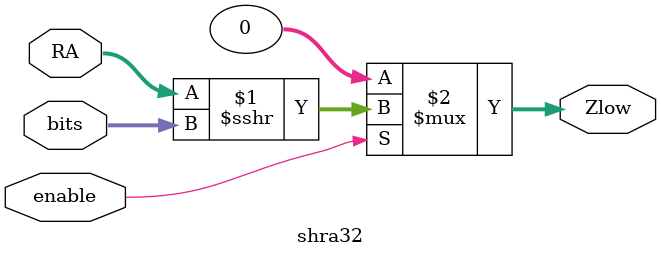
<source format=v>
module shra32 (
    input wire [31:0] RA,
    input wire [4:0] bits,
    input wire enable,
    output wire [31:0] Zlow
);
    assign Zlow = enable ? (RA >>> bits) : 32'b0;
    
endmodule
</source>
